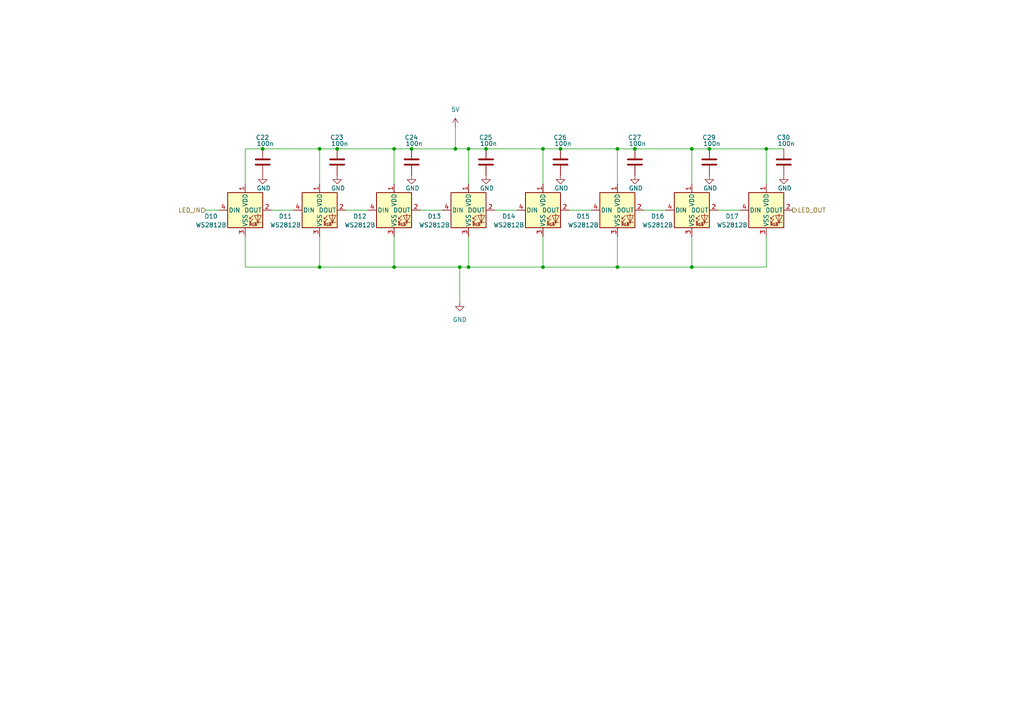
<source format=kicad_sch>
(kicad_sch (version 20250114) (generator "eeschema") (generator_version "9.0")
  (paper "A4")
  (lib_symbols
    (symbol "Device:C" (pin_numbers (hide yes)) (pin_names (offset 0.254))
      (property "Reference" "C" (at 0.635 2.54 0))
      (property "Value" "C" (at 0.635 -2.54 0))
      (symbol "C_0_1"
        (polyline (pts (xy -2.032 0.762) (xy 2.032 0.762)) (stroke (width 0.508)))
        (polyline (pts (xy -2.032 -0.762) (xy 2.032 -0.762)) (stroke (width 0.508)))
      )
      (symbol "C_1_1"
        (pin passive line (at 0 3.81 270) (length 2.794) (name "~") (number "1"))
        (pin passive line (at 0 -3.81 90) (length 2.794) (name "~") (number "2"))
      )
    )
    (symbol "LED:WS2812B" (pin_names (offset 0.254))
      (property "Reference" "D" (at 5.08 5.715 0))
      (property "Value" "WS2812B" (at 1.27 -5.715 0))
      (symbol "WS2812B_0_0"
        (text "RGB" (at 2.286 -4.191 0) (effects (font (size 0.762 0.762))))
      )
      (symbol "WS2812B_0_1"
        (polyline (pts (xy 1.27 -2.54) (xy 1.778 -2.54)))
        (polyline (pts (xy 1.27 -3.556) (xy 1.778 -3.556)))
        (polyline (pts (xy 2.286 -1.524) (xy 1.27 -2.54) (xy 1.27 -2.032)))
        (polyline (pts (xy 2.286 -2.54) (xy 1.27 -3.556) (xy 1.27 -3.048)))
        (polyline (pts (xy 3.683 -1.016) (xy 3.683 -3.556) (xy 3.683 -4.064)))
        (polyline (pts (xy 4.699 -1.524) (xy 2.667 -1.524) (xy 3.683 -3.556) (xy 4.699 -1.524)))
        (polyline (pts (xy 4.699 -3.556) (xy 2.667 -3.556)))
        (rectangle (start 5.08 5.08) (end -5.08 -5.08) (stroke (width 0.254)) (fill (type background)))
      )
      (symbol "WS2812B_1_1"
        (pin input line (at -7.62 0 0) (length 2.54) (name "DIN") (number "4"))
        (pin power_in line (at 0 7.62 270) (length 2.54) (name "VDD") (number "1"))
        (pin power_in line (at 0 -7.62 90) (length 2.54) (name "VSS") (number "3"))
        (pin output line (at 7.62 0 180) (length 2.54) (name "DOUT") (number "2"))
      )
    )
    (symbol "power:GND" (power) (pin_numbers (hide yes)) (pin_names (offset 0) (hide yes))
      (property "Value" "GND" (at 0 -3.81 0))
      (symbol "GND_0_1"
        (polyline (pts (xy 0 0) (xy 0 -1.27) (xy 1.27 -1.27) (xy 0 -2.54) (xy -1.27 -1.27) (xy 0 -1.27)))
      )
      (symbol "GND_1_1"
        (pin power_in line (at 0 0 270) (length 0) (name "~") (number "1"))
      )
    )
    (symbol "power:VCC" (power) (pin_numbers (hide yes)) (pin_names (offset 0) (hide yes))
      (property "Value" "VCC" (at 0 3.556 0))
      (symbol "VCC_0_1"
        (polyline (pts (xy -0.762 1.27) (xy 0 2.54)))
        (polyline (pts (xy 0 2.54) (xy 0.762 1.27)))
        (polyline (pts (xy 0 0) (xy 0 2.54)))
      )
      (symbol "VCC_1_1"
        (pin power_in line (at 0 0 90) (length 0) (name "~") (number "1"))
      )
    )
  )
  (junction (at 114.3 77.47))
  (junction (at 205.74 43.18))
  (junction (at 119.38 43.18))
  (junction (at 135.89 77.47))
  (junction (at 140.97 43.18))
  (junction (at 200.66 43.18))
  (junction (at 92.71 43.18))
  (junction (at 222.25 43.18))
  (junction (at 97.79 43.18))
  (junction (at 114.3 43.18))
  (junction (at 200.66 77.47))
  (junction (at 76.2 43.18))
  (junction (at 157.48 77.47))
  (junction (at 92.71 77.47))
  (junction (at 132.08 43.18))
  (junction (at 135.89 43.18))
  (junction (at 157.48 43.18))
  (junction (at 179.07 43.18))
  (junction (at 162.56 43.18))
  (junction (at 184.15 43.18))
  (junction (at 179.07 77.47))
  (junction (at 133.35 77.47))
  (wire (pts (xy 200.66 77.47) (xy 222.25 77.47)))
  (wire (pts (xy 205.74 43.18) (xy 200.66 43.18)))
  (wire (pts (xy 135.89 77.47) (xy 157.48 77.47)))
  (wire (pts (xy 133.35 77.47) (xy 135.89 77.47)))
  (wire (pts (xy 132.08 36.83) (xy 132.08 43.18)))
  (wire (pts (xy 135.89 43.18) (xy 132.08 43.18)))
  (wire (pts (xy 92.71 77.47) (xy 92.71 68.58)))
  (wire (pts (xy 179.07 77.47) (xy 179.07 68.58)))
  (wire (pts (xy 140.97 43.18) (xy 157.48 43.18)))
  (wire (pts (xy 179.07 77.47) (xy 200.66 77.47)))
  (wire (pts (xy 157.48 77.47) (xy 157.48 68.58)))
  (wire (pts (xy 92.71 77.47) (xy 71.12 77.47)))
  (wire (pts (xy 140.97 43.18) (xy 135.89 43.18)))
  (wire (pts (xy 135.89 77.47) (xy 135.89 68.58)))
  (wire (pts (xy 114.3 77.47) (xy 92.71 77.47)))
  (wire (pts (xy 92.71 43.18) (xy 76.2 43.18)))
  (wire (pts (xy 162.56 43.18) (xy 157.48 43.18)))
  (wire (pts (xy 114.3 43.18) (xy 114.3 53.34)))
  (wire (pts (xy 59.69 60.96) (xy 63.5 60.96)))
  (wire (pts (xy 114.3 77.47) (xy 114.3 68.58)))
  (wire (pts (xy 119.38 43.18) (xy 114.3 43.18)))
  (wire (pts (xy 227.33 43.18) (xy 222.25 43.18)))
  (wire (pts (xy 135.89 43.18) (xy 135.89 53.34)))
  (wire (pts (xy 76.2 43.18) (xy 71.12 43.18)))
  (wire (pts (xy 71.12 77.47) (xy 71.12 68.58)))
  (wire (pts (xy 200.66 77.47) (xy 200.66 68.58)))
  (wire (pts (xy 97.79 43.18) (xy 92.71 43.18)))
  (wire (pts (xy 179.07 43.18) (xy 179.07 53.34)))
  (wire (pts (xy 71.12 43.18) (xy 71.12 53.34)))
  (wire (pts (xy 222.25 77.47) (xy 222.25 68.58)))
  (wire (pts (xy 133.35 77.47) (xy 114.3 77.47)))
  (wire (pts (xy 184.15 43.18) (xy 200.66 43.18)))
  (wire (pts (xy 92.71 43.18) (xy 92.71 53.34)))
  (wire (pts (xy 184.15 43.18) (xy 179.07 43.18)))
  (wire (pts (xy 165.1 60.96) (xy 171.45 60.96)))
  (wire (pts (xy 222.25 43.18) (xy 222.25 53.34)))
  (wire (pts (xy 186.69 60.96) (xy 193.04 60.96)))
  (wire (pts (xy 179.07 43.18) (xy 162.56 43.18)))
  (wire (pts (xy 157.48 43.18) (xy 157.48 53.34)))
  (wire (pts (xy 121.92 60.96) (xy 128.27 60.96)))
  (wire (pts (xy 100.33 60.96) (xy 106.68 60.96)))
  (wire (pts (xy 133.35 77.47) (xy 133.35 87.63)))
  (wire (pts (xy 157.48 77.47) (xy 179.07 77.47)))
  (wire (pts (xy 208.28 60.96) (xy 214.63 60.96)))
  (wire (pts (xy 114.3 43.18) (xy 97.79 43.18)))
  (wire (pts (xy 143.51 60.96) (xy 149.86 60.96)))
  (wire (pts (xy 132.08 43.18) (xy 119.38 43.18)))
  (wire (pts (xy 200.66 43.18) (xy 200.66 53.34)))
  (wire (pts (xy 222.25 43.18) (xy 205.74 43.18)))
  (wire (pts (xy 78.74 60.96) (xy 85.09 60.96)))
  (hierarchical_label "LED_IN" (shape input) (at 59.69 60.96 180))
  (hierarchical_label "LED_OUT" (shape output) (at 229.87 60.96 0))
  (symbol (lib_id "LED:WS2812B") (at 114.3 60.96 0) (unit 1)
    (property "Reference" "D12" (at 104.394 62.738 0))
    (property "Value" "WS2812B" (at 104.394 65.278 0))
    (property "Footprint" "LED_SMD:LED_WS2812B-2020_PLCC4_2.0x2.0mm" (effects (hide yes)))
    (property "Datasheet" "https://cdn-shop.adafruit.com/datasheets/WS2812B.pdf" (effects (hide yes)))
    (property "Description" "RGB LED with integrated controller" (effects (hide yes)))
  )
  (symbol (lib_id "power:GND") (at 97.79 50.8 0) (unit 1)
    (property "Reference" "#PWR038" (effects (hide yes)))
    (property "Value" "GND" (at 98.044 54.61 0))
    (property "Description" "Power symbol creates a global label with name \"GND\" , ground" (effects (hide yes)))
  )
  (symbol (lib_id "power:GND") (at 162.56 50.8 0) (unit 1)
    (property "Reference" "#PWR043" (effects (hide yes)))
    (property "Value" "GND" (at 162.814 54.61 0))
    (property "Description" "Power symbol creates a global label with name \"GND\" , ground" (effects (hide yes)))
  )
  (symbol (lib_id "power:GND") (at 133.35 87.63 0) (unit 1)
    (property "Reference" "#PWR041" (effects (hide yes)))
    (property "Value" "GND" (at 133.35 92.71 0))
    (property "Description" "Power symbol creates a global label with name \"GND\" , ground" (effects (hide yes)))
  )
  (symbol (lib_id "Device:C") (at 119.38 46.99 0) (unit 1)
    (property "Reference" "C24" (at 117.348 39.878 0) (effects (justify left)))
    (property "Value" "100n" (at 117.602 41.656 0) (effects (justify left)))
    (property "Description" "Unpolarized capacitor" (effects (hide yes)))
  )
  (symbol (lib_id "LED:WS2812B") (at 179.07 60.96 0) (unit 1)
    (property "Reference" "D15" (at 169.164 62.738 0))
    (property "Value" "WS2812B" (at 169.164 65.278 0))
    (property "Footprint" "LED_SMD:LED_WS2812B-2020_PLCC4_2.0x2.0mm" (effects (hide yes)))
    (property "Datasheet" "https://cdn-shop.adafruit.com/datasheets/WS2812B.pdf" (effects (hide yes)))
    (property "Description" "RGB LED with integrated controller" (effects (hide yes)))
  )
  (symbol (lib_id "Device:C") (at 184.15 46.99 0) (unit 1)
    (property "Reference" "C27" (at 182.118 39.878 0) (effects (justify left)))
    (property "Value" "100n" (at 182.372 41.656 0) (effects (justify left)))
    (property "Description" "Unpolarized capacitor" (effects (hide yes)))
  )
  (symbol (lib_id "Device:C") (at 97.79 46.99 0) (unit 1)
    (property "Reference" "C23" (at 95.758 39.878 0) (effects (justify left)))
    (property "Value" "100n" (at 96.012 41.656 0) (effects (justify left)))
    (property "Description" "Unpolarized capacitor" (effects (hide yes)))
  )
  (symbol (lib_id "power:GND") (at 76.2 50.8 0) (unit 1)
    (property "Reference" "#PWR037" (effects (hide yes)))
    (property "Value" "GND" (at 76.454 54.61 0))
    (property "Description" "Power symbol creates a global label with name \"GND\" , ground" (effects (hide yes)))
  )
  (symbol (lib_id "power:GND") (at 184.15 50.8 0) (unit 1)
    (property "Reference" "#PWR046" (effects (hide yes)))
    (property "Value" "GND" (at 184.404 54.61 0))
    (property "Description" "Power symbol creates a global label with name \"GND\" , ground" (effects (hide yes)))
  )
  (symbol (lib_id "LED:WS2812B") (at 200.66 60.96 0) (unit 1)
    (property "Reference" "D16" (at 190.754 62.738 0))
    (property "Value" "WS2812B" (at 190.754 65.278 0))
    (property "Footprint" "LED_SMD:LED_WS2812B-2020_PLCC4_2.0x2.0mm" (effects (hide yes)))
    (property "Datasheet" "https://cdn-shop.adafruit.com/datasheets/WS2812B.pdf" (effects (hide yes)))
    (property "Description" "RGB LED with integrated controller" (effects (hide yes)))
  )
  (symbol (lib_id "Device:C") (at 76.2 46.99 0) (unit 1)
    (property "Reference" "C22" (at 74.168 39.878 0) (effects (justify left)))
    (property "Value" "100n" (at 74.422 41.656 0) (effects (justify left)))
    (property "Description" "Unpolarized capacitor" (effects (hide yes)))
  )
  (symbol (lib_id "Device:C") (at 227.33 46.99 0) (unit 1)
    (property "Reference" "C30" (at 225.298 39.878 0) (effects (justify left)))
    (property "Value" "100n" (at 225.552 41.656 0) (effects (justify left)))
    (property "Description" "Unpolarized capacitor" (effects (hide yes)))
  )
  (symbol (lib_id "power:VCC") (at 132.08 36.83 0) (unit 1)
    (property "Reference" "#PWR040" (effects (hide yes)))
    (property "Value" "5V" (at 132.08 31.75 0))
    (property "Description" "Power symbol creates a global label with name \"VCC\"" (effects (hide yes)))
  )
  (symbol (lib_id "power:GND") (at 140.97 50.8 0) (unit 1)
    (property "Reference" "#PWR042" (effects (hide yes)))
    (property "Value" "GND" (at 141.224 54.61 0))
    (property "Description" "Power symbol creates a global label with name \"GND\" , ground" (effects (hide yes)))
  )
  (symbol (lib_id "Device:C") (at 162.56 46.99 0) (unit 1)
    (property "Reference" "C26" (at 160.528 39.878 0) (effects (justify left)))
    (property "Value" "100n" (at 160.782 41.656 0) (effects (justify left)))
    (property "Description" "Unpolarized capacitor" (effects (hide yes)))
  )
  (symbol (lib_id "power:GND") (at 205.74 50.8 0) (unit 1)
    (property "Reference" "#PWR047" (effects (hide yes)))
    (property "Value" "GND" (at 205.994 54.61 0))
    (property "Description" "Power symbol creates a global label with name \"GND\" , ground" (effects (hide yes)))
  )
  (symbol (lib_id "power:GND") (at 227.33 50.8 0) (unit 1)
    (property "Reference" "#PWR048" (effects (hide yes)))
    (property "Value" "GND" (at 227.584 54.61 0))
    (property "Description" "Power symbol creates a global label with name \"GND\" , ground" (effects (hide yes)))
  )
  (symbol (lib_id "Device:C") (at 140.97 46.99 0) (unit 1)
    (property "Reference" "C25" (at 138.938 39.878 0) (effects (justify left)))
    (property "Value" "100n" (at 139.192 41.656 0) (effects (justify left)))
    (property "Description" "Unpolarized capacitor" (effects (hide yes)))
  )
  (symbol (lib_id "LED:WS2812B") (at 222.25 60.96 0) (unit 1)
    (property "Reference" "D17" (at 212.344 62.738 0))
    (property "Value" "WS2812B" (at 212.344 65.278 0))
    (property "Footprint" "LED_SMD:LED_WS2812B-2020_PLCC4_2.0x2.0mm" (effects (hide yes)))
    (property "Datasheet" "https://cdn-shop.adafruit.com/datasheets/WS2812B.pdf" (effects (hide yes)))
    (property "Description" "RGB LED with integrated controller" (effects (hide yes)))
  )
  (symbol (lib_id "LED:WS2812B") (at 135.89 60.96 0) (unit 1)
    (property "Reference" "D13" (at 125.984 62.738 0))
    (property "Value" "WS2812B" (at 125.984 65.278 0))
    (property "Footprint" "LED_SMD:LED_WS2812B-2020_PLCC4_2.0x2.0mm" (effects (hide yes)))
    (property "Datasheet" "https://cdn-shop.adafruit.com/datasheets/WS2812B.pdf" (effects (hide yes)))
    (property "Description" "RGB LED with integrated controller" (effects (hide yes)))
  )
  (symbol (lib_id "power:GND") (at 119.38 50.8 0) (unit 1)
    (property "Reference" "#PWR039" (effects (hide yes)))
    (property "Value" "GND" (at 119.634 54.61 0))
    (property "Description" "Power symbol creates a global label with name \"GND\" , ground" (effects (hide yes)))
  )
  (symbol (lib_id "LED:WS2812B") (at 157.48 60.96 0) (unit 1)
    (property "Reference" "D14" (at 147.574 62.738 0))
    (property "Value" "WS2812B" (at 147.574 65.278 0))
    (property "Footprint" "LED_SMD:LED_WS2812B-2020_PLCC4_2.0x2.0mm" (effects (hide yes)))
    (property "Datasheet" "https://cdn-shop.adafruit.com/datasheets/WS2812B.pdf" (effects (hide yes)))
    (property "Description" "RGB LED with integrated controller" (effects (hide yes)))
  )
  (symbol (lib_id "LED:WS2812B") (at 71.12 60.96 0) (unit 1)
    (property "Reference" "D10" (at 61.214 62.738 0))
    (property "Value" "WS2812B" (at 61.214 65.278 0))
    (property "Footprint" "LED_SMD:LED_WS2812B-2020_PLCC4_2.0x2.0mm" (effects (hide yes)))
    (property "Datasheet" "https://cdn-shop.adafruit.com/datasheets/WS2812B.pdf" (effects (hide yes)))
    (property "Description" "RGB LED with integrated controller" (effects (hide yes)))
  )
  (symbol (lib_id "Device:C") (at 205.74 46.99 0) (unit 1)
    (property "Reference" "C29" (at 203.708 39.878 0) (effects (justify left)))
    (property "Value" "100n" (at 203.962 41.656 0) (effects (justify left)))
    (property "Description" "Unpolarized capacitor" (effects (hide yes)))
  )
  (symbol (lib_id "LED:WS2812B") (at 92.71 60.96 0) (unit 1)
    (property "Reference" "D11" (at 82.804 62.738 0))
    (property "Value" "WS2812B" (at 82.804 65.278 0))
    (property "Footprint" "LED_SMD:LED_WS2812B-2020_PLCC4_2.0x2.0mm" (effects (hide yes)))
    (property "Datasheet" "https://cdn-shop.adafruit.com/datasheets/WS2812B.pdf" (effects (hide yes)))
    (property "Description" "RGB LED with integrated controller" (effects (hide yes)))
  )
)
</source>
